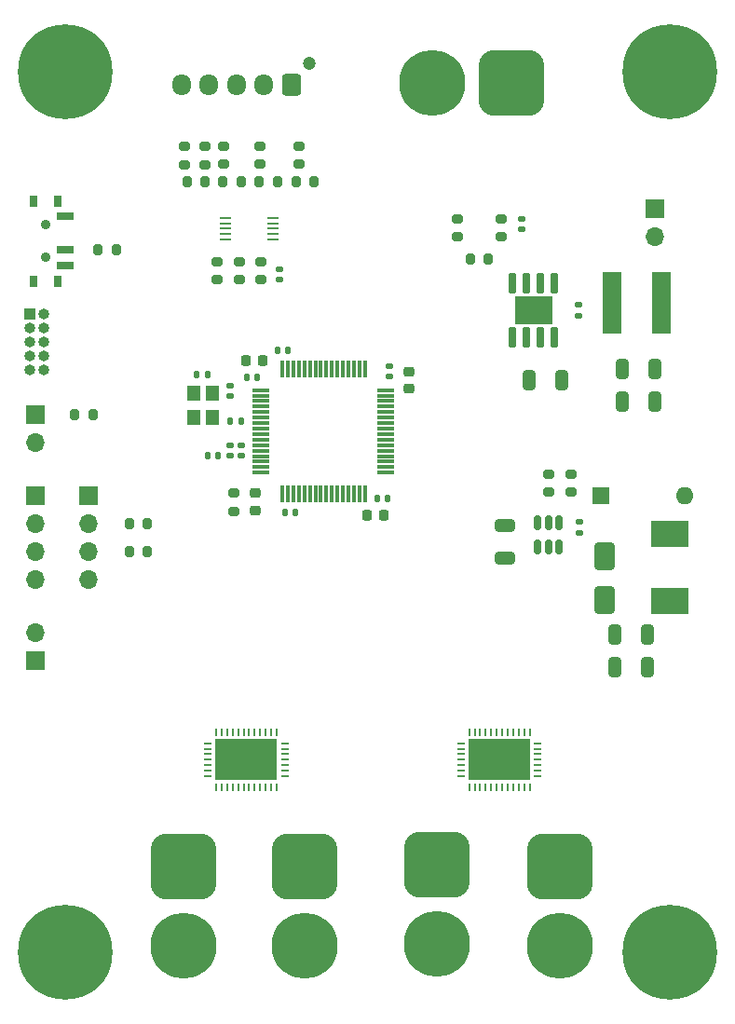
<source format=gbr>
%TF.GenerationSoftware,KiCad,Pcbnew,7.0.10*%
%TF.CreationDate,2024-04-17T23:56:12-04:00*%
%TF.ProjectId,BoardDesign,426f6172-6444-4657-9369-676e2e6b6963,rev?*%
%TF.SameCoordinates,Original*%
%TF.FileFunction,Soldermask,Top*%
%TF.FilePolarity,Negative*%
%FSLAX46Y46*%
G04 Gerber Fmt 4.6, Leading zero omitted, Abs format (unit mm)*
G04 Created by KiCad (PCBNEW 7.0.10) date 2024-04-17 23:56:12*
%MOMM*%
%LPD*%
G01*
G04 APERTURE LIST*
G04 Aperture macros list*
%AMRoundRect*
0 Rectangle with rounded corners*
0 $1 Rounding radius*
0 $2 $3 $4 $5 $6 $7 $8 $9 X,Y pos of 4 corners*
0 Add a 4 corners polygon primitive as box body*
4,1,4,$2,$3,$4,$5,$6,$7,$8,$9,$2,$3,0*
0 Add four circle primitives for the rounded corners*
1,1,$1+$1,$2,$3*
1,1,$1+$1,$4,$5*
1,1,$1+$1,$6,$7*
1,1,$1+$1,$8,$9*
0 Add four rect primitives between the rounded corners*
20,1,$1+$1,$2,$3,$4,$5,0*
20,1,$1+$1,$4,$5,$6,$7,0*
20,1,$1+$1,$6,$7,$8,$9,0*
20,1,$1+$1,$8,$9,$2,$3,0*%
G04 Aperture macros list end*
%ADD10RoundRect,0.250000X0.325000X0.650000X-0.325000X0.650000X-0.325000X-0.650000X0.325000X-0.650000X0*%
%ADD11R,1.700000X5.700000*%
%ADD12R,3.500000X2.350000*%
%ADD13R,1.000000X1.000000*%
%ADD14O,1.000000X1.000000*%
%ADD15C,0.900000*%
%ADD16C,8.600000*%
%ADD17RoundRect,0.200000X-0.275000X0.200000X-0.275000X-0.200000X0.275000X-0.200000X0.275000X0.200000X0*%
%ADD18RoundRect,0.200000X-0.200000X-0.275000X0.200000X-0.275000X0.200000X0.275000X-0.200000X0.275000X0*%
%ADD19RoundRect,0.225000X0.225000X0.250000X-0.225000X0.250000X-0.225000X-0.250000X0.225000X-0.250000X0*%
%ADD20R,1.700000X1.700000*%
%ADD21O,1.700000X1.700000*%
%ADD22RoundRect,0.135000X0.135000X0.185000X-0.135000X0.185000X-0.135000X-0.185000X0.135000X-0.185000X0*%
%ADD23RoundRect,0.150000X-0.150000X0.512500X-0.150000X-0.512500X0.150000X-0.512500X0.150000X0.512500X0*%
%ADD24RoundRect,0.150000X0.150000X-0.820000X0.150000X0.820000X-0.150000X0.820000X-0.150000X-0.820000X0*%
%ADD25R,3.510000X2.620000*%
%ADD26RoundRect,0.225000X-0.225000X-0.250000X0.225000X-0.250000X0.225000X0.250000X-0.225000X0.250000X0*%
%ADD27RoundRect,0.200000X0.200000X0.275000X-0.200000X0.275000X-0.200000X-0.275000X0.200000X-0.275000X0*%
%ADD28RoundRect,0.250000X-0.325000X-0.650000X0.325000X-0.650000X0.325000X0.650000X-0.325000X0.650000X0*%
%ADD29RoundRect,0.140000X-0.140000X-0.170000X0.140000X-0.170000X0.140000X0.170000X-0.140000X0.170000X0*%
%ADD30RoundRect,0.140000X0.140000X0.170000X-0.140000X0.170000X-0.140000X-0.170000X0.140000X-0.170000X0*%
%ADD31RoundRect,1.500000X1.500000X1.500000X-1.500000X1.500000X-1.500000X-1.500000X1.500000X-1.500000X0*%
%ADD32C,6.000000*%
%ADD33RoundRect,0.200000X0.275000X-0.200000X0.275000X0.200000X-0.275000X0.200000X-0.275000X-0.200000X0*%
%ADD34R,0.203200X0.762000*%
%ADD35R,0.762000X0.203200*%
%ADD36R,5.689600X3.708400*%
%ADD37RoundRect,0.140000X0.170000X-0.140000X0.170000X0.140000X-0.170000X0.140000X-0.170000X-0.140000X0*%
%ADD38RoundRect,1.500000X-1.500000X1.500000X-1.500000X-1.500000X1.500000X-1.500000X1.500000X1.500000X0*%
%ADD39RoundRect,0.140000X-0.170000X0.140000X-0.170000X-0.140000X0.170000X-0.140000X0.170000X0.140000X0*%
%ADD40RoundRect,0.147500X-0.147500X-0.172500X0.147500X-0.172500X0.147500X0.172500X-0.147500X0.172500X0*%
%ADD41RoundRect,0.250000X0.650000X-0.325000X0.650000X0.325000X-0.650000X0.325000X-0.650000X-0.325000X0*%
%ADD42RoundRect,0.225000X0.250000X-0.225000X0.250000X0.225000X-0.250000X0.225000X-0.250000X-0.225000X0*%
%ADD43RoundRect,0.075000X-0.700000X-0.075000X0.700000X-0.075000X0.700000X0.075000X-0.700000X0.075000X0*%
%ADD44RoundRect,0.075000X-0.075000X-0.700000X0.075000X-0.700000X0.075000X0.700000X-0.075000X0.700000X0*%
%ADD45R,1.200000X1.400000*%
%ADD46C,1.200000*%
%ADD47RoundRect,0.250000X0.600000X0.725000X-0.600000X0.725000X-0.600000X-0.725000X0.600000X-0.725000X0*%
%ADD48O,1.700000X1.950000*%
%ADD49R,0.800000X1.000000*%
%ADD50R,1.500000X0.700000*%
%ADD51RoundRect,0.250000X-0.650000X1.000000X-0.650000X-1.000000X0.650000X-1.000000X0.650000X1.000000X0*%
%ADD52RoundRect,0.218750X0.256250X-0.218750X0.256250X0.218750X-0.256250X0.218750X-0.256250X-0.218750X0*%
%ADD53R,1.100000X0.250000*%
%ADD54R,1.600000X1.600000*%
%ADD55O,1.600000X1.600000*%
G04 APERTURE END LIST*
D10*
%TO.C,C16*%
X152950000Y-157097000D03*
X150000000Y-157097000D03*
%TD*%
%TO.C,C17*%
X152950000Y-154097000D03*
X150000000Y-154097000D03*
%TD*%
D11*
%TO.C,L3*%
X149750000Y-124000000D03*
X154250000Y-124000000D03*
%TD*%
D12*
%TO.C,L2*%
X155000000Y-145000000D03*
X155000000Y-151050000D03*
%TD*%
D13*
%TO.C,J7*%
X96850000Y-124990000D03*
D14*
X98120000Y-124990000D03*
X96850000Y-126260000D03*
X98120000Y-126260000D03*
X96850000Y-127530000D03*
X98120000Y-127530000D03*
X96850000Y-128800000D03*
X98120000Y-128800000D03*
X96850000Y-130070000D03*
X98120000Y-130070000D03*
%TD*%
D15*
%TO.C,H2*%
X151775000Y-103000000D03*
X152719581Y-100719581D03*
X152719581Y-105280419D03*
X155000000Y-99775000D03*
D16*
X155000000Y-103000000D03*
D15*
X155000000Y-106225000D03*
X157280419Y-100719581D03*
X157280419Y-105280419D03*
X158225000Y-103000000D03*
%TD*%
D17*
%TO.C,R11*%
X135653581Y-116350000D03*
X135653581Y-118000000D03*
%TD*%
%TO.C,R19*%
X114421582Y-109738000D03*
X114421582Y-111388000D03*
%TD*%
D18*
%TO.C,R17*%
X117675000Y-113000000D03*
X119325000Y-113000000D03*
%TD*%
D19*
%TO.C,C3*%
X118000000Y-129250000D03*
X116450000Y-129250000D03*
%TD*%
D20*
%TO.C,J6*%
X97359581Y-156491000D03*
D21*
X97359581Y-153951000D03*
%TD*%
D22*
%TO.C,R2*%
X116000000Y-134763000D03*
X114980000Y-134763000D03*
%TD*%
D23*
%TO.C,U4*%
X144900000Y-143925000D03*
X143950000Y-143925000D03*
X143000000Y-143925000D03*
X143000000Y-146200000D03*
X143950000Y-146200000D03*
X144900000Y-146200000D03*
%TD*%
D24*
%TO.C,U2*%
X140708581Y-127140000D03*
X141978581Y-127140000D03*
X143248581Y-127140000D03*
X144518581Y-127140000D03*
X144518581Y-122180000D03*
X143248581Y-122180000D03*
X141978581Y-122180000D03*
X140708581Y-122180000D03*
D25*
X142613581Y-124660000D03*
%TD*%
D26*
%TO.C,C1*%
X127450000Y-143250000D03*
X129000000Y-143250000D03*
%TD*%
D27*
%TO.C,R13*%
X107519581Y-144045000D03*
X105869581Y-144045000D03*
%TD*%
D28*
%TO.C,C18*%
X142178581Y-131000000D03*
X145128581Y-131000000D03*
%TD*%
D29*
%TO.C,C8*%
X119330000Y-128263000D03*
X120290000Y-128263000D03*
%TD*%
D17*
%TO.C,R20*%
X117723582Y-109738000D03*
X117723582Y-111388000D03*
%TD*%
D29*
%TO.C,C6*%
X128386581Y-141750000D03*
X129346581Y-141750000D03*
%TD*%
D30*
%TO.C,C4*%
X117500000Y-130750000D03*
X116540000Y-130750000D03*
%TD*%
D31*
%TO.C,J8*%
X140600000Y-104000000D03*
D32*
X133400000Y-104000000D03*
%TD*%
D33*
%TO.C,R5*%
X115853581Y-121874000D03*
X115853581Y-120224000D03*
%TD*%
D34*
%TO.C,U5*%
X142250000Y-163023500D03*
X141750001Y-163023500D03*
X141249999Y-163023500D03*
X140750000Y-163023500D03*
X140250001Y-163023500D03*
X139750000Y-163023500D03*
X139250000Y-163023500D03*
X138749999Y-163023500D03*
X138250000Y-163023500D03*
X137750001Y-163023500D03*
X137249999Y-163023500D03*
X136750000Y-163023500D03*
D35*
X136020200Y-164000000D03*
X136020200Y-164499999D03*
X136020200Y-165000001D03*
X136020200Y-165500000D03*
X136020200Y-165999999D03*
X136020200Y-166500001D03*
X136020200Y-167000000D03*
D34*
X136750000Y-167976500D03*
X137249999Y-167976500D03*
X137750001Y-167976500D03*
X138250000Y-167976500D03*
X138749999Y-167976500D03*
X139250000Y-167976500D03*
X139750000Y-167976500D03*
X140250001Y-167976500D03*
X140750000Y-167976500D03*
X141249999Y-167976500D03*
X141750001Y-167976500D03*
X142250000Y-167976500D03*
D35*
X142979800Y-167000000D03*
X142979800Y-166500001D03*
X142979800Y-165999999D03*
X142979800Y-165500000D03*
X142979800Y-165000001D03*
X142979800Y-164499999D03*
X142979800Y-164000000D03*
D36*
X139500000Y-165500000D03*
%TD*%
D17*
%TO.C,R7*%
X110900000Y-109775000D03*
X110900000Y-111425000D03*
%TD*%
D37*
%TO.C,C12*%
X115000000Y-132473000D03*
X115000000Y-131513000D03*
%TD*%
D34*
%TO.C,U6*%
X119250000Y-163023500D03*
X118750001Y-163023500D03*
X118249999Y-163023500D03*
X117750000Y-163023500D03*
X117250001Y-163023500D03*
X116750000Y-163023500D03*
X116250000Y-163023500D03*
X115749999Y-163023500D03*
X115250000Y-163023500D03*
X114750001Y-163023500D03*
X114249999Y-163023500D03*
X113750000Y-163023500D03*
D35*
X113020200Y-164000000D03*
X113020200Y-164499999D03*
X113020200Y-165000001D03*
X113020200Y-165500000D03*
X113020200Y-165999999D03*
X113020200Y-166500001D03*
X113020200Y-167000000D03*
D34*
X113750000Y-167976500D03*
X114249999Y-167976500D03*
X114750001Y-167976500D03*
X115250000Y-167976500D03*
X115749999Y-167976500D03*
X116250000Y-167976500D03*
X116750000Y-167976500D03*
X117250001Y-167976500D03*
X117750000Y-167976500D03*
X118249999Y-167976500D03*
X118750001Y-167976500D03*
X119250000Y-167976500D03*
D35*
X119979800Y-167000000D03*
X119979800Y-166500001D03*
X119979800Y-165999999D03*
X119979800Y-165500000D03*
X119979800Y-165000001D03*
X119979800Y-164499999D03*
X119979800Y-164000000D03*
D36*
X116500000Y-165500000D03*
%TD*%
D17*
%TO.C,R23*%
X112700000Y-109775000D03*
X112700000Y-111425000D03*
%TD*%
D38*
%TO.C,J11*%
X145000000Y-175200000D03*
D32*
X145000000Y-182400000D03*
%TD*%
D15*
%TO.C,H3*%
X96775000Y-183000000D03*
X97719581Y-180719581D03*
X97719581Y-185280419D03*
X100000000Y-179775000D03*
D16*
X100000000Y-183000000D03*
D15*
X100000000Y-186225000D03*
X102280419Y-180719581D03*
X102280419Y-185280419D03*
X103225000Y-183000000D03*
%TD*%
D39*
%TO.C,C15*%
X146800000Y-143920000D03*
X146800000Y-144880000D03*
%TD*%
D33*
%TO.C,R3*%
X115346581Y-142913000D03*
X115346581Y-141263000D03*
%TD*%
D37*
%TO.C,C19*%
X141550000Y-117300000D03*
X141550000Y-116340000D03*
%TD*%
D40*
%TO.C,L1*%
X112979000Y-137899000D03*
X113949000Y-137899000D03*
%TD*%
D27*
%TO.C,R10*%
X138478581Y-120000000D03*
X136828581Y-120000000D03*
%TD*%
D18*
%TO.C,R22*%
X111100000Y-113000000D03*
X112750000Y-113000000D03*
%TD*%
D41*
%TO.C,C14*%
X140000000Y-147200000D03*
X140000000Y-144250000D03*
%TD*%
D42*
%TO.C,C2*%
X131250000Y-131800000D03*
X131250000Y-130250000D03*
%TD*%
D38*
%TO.C,J14*%
X121800000Y-175200000D03*
D32*
X121800000Y-182400000D03*
%TD*%
D33*
%TO.C,R12*%
X139653581Y-118000000D03*
X139653581Y-116350000D03*
%TD*%
D37*
%TO.C,C13*%
X119501582Y-121874000D03*
X119501582Y-120914000D03*
%TD*%
D20*
%TO.C,J1*%
X153613581Y-115460000D03*
D21*
X153613581Y-118000000D03*
%TD*%
D15*
%TO.C,H1*%
X96775000Y-103000000D03*
X97719581Y-100719581D03*
X97719581Y-105280419D03*
X100000000Y-99775000D03*
D16*
X100000000Y-103000000D03*
D15*
X100000000Y-106225000D03*
X102280419Y-100719581D03*
X102280419Y-105280419D03*
X103225000Y-103000000D03*
%TD*%
D20*
%TO.C,J2*%
X97359581Y-141505000D03*
D21*
X97359581Y-144045000D03*
X97359581Y-146585000D03*
X97359581Y-149125000D03*
%TD*%
D43*
%TO.C,U1*%
X117846581Y-131913000D03*
X117846581Y-132413000D03*
X117846581Y-132913000D03*
X117846581Y-133413000D03*
X117846581Y-133913000D03*
X117846581Y-134413000D03*
X117846581Y-134913000D03*
X117846581Y-135413000D03*
X117846581Y-135913000D03*
X117846581Y-136413000D03*
X117846581Y-136913000D03*
X117846581Y-137413000D03*
X117846581Y-137913000D03*
X117846581Y-138413000D03*
X117846581Y-138913000D03*
X117846581Y-139413000D03*
D44*
X119771581Y-141338000D03*
X120271581Y-141338000D03*
X120771581Y-141338000D03*
X121271581Y-141338000D03*
X121771581Y-141338000D03*
X122271581Y-141338000D03*
X122771581Y-141338000D03*
X123271581Y-141338000D03*
X123771581Y-141338000D03*
X124271581Y-141338000D03*
X124771581Y-141338000D03*
X125271581Y-141338000D03*
X125771581Y-141338000D03*
X126271581Y-141338000D03*
X126771581Y-141338000D03*
X127271581Y-141338000D03*
D43*
X129196581Y-139413000D03*
X129196581Y-138913000D03*
X129196581Y-138413000D03*
X129196581Y-137913000D03*
X129196581Y-137413000D03*
X129196581Y-136913000D03*
X129196581Y-136413000D03*
X129196581Y-135913000D03*
X129196581Y-135413000D03*
X129196581Y-134913000D03*
X129196581Y-134413000D03*
X129196581Y-133913000D03*
X129196581Y-133413000D03*
X129196581Y-132913000D03*
X129196581Y-132413000D03*
X129196581Y-131913000D03*
D44*
X127271581Y-129988000D03*
X126771581Y-129988000D03*
X126271581Y-129988000D03*
X125771581Y-129988000D03*
X125271581Y-129988000D03*
X124771581Y-129988000D03*
X124271581Y-129988000D03*
X123771581Y-129988000D03*
X123271581Y-129988000D03*
X122771581Y-129988000D03*
X122271581Y-129988000D03*
X121771581Y-129988000D03*
X121271581Y-129988000D03*
X120771581Y-129988000D03*
X120271581Y-129988000D03*
X119771581Y-129988000D03*
%TD*%
D17*
%TO.C,R21*%
X121250000Y-109738000D03*
X121250000Y-111388000D03*
%TD*%
D20*
%TO.C,J5*%
X97359581Y-134139000D03*
D21*
X97359581Y-136679000D03*
%TD*%
D18*
%TO.C,R18*%
X121000000Y-113000000D03*
X122650000Y-113000000D03*
%TD*%
D45*
%TO.C,Y1*%
X111700000Y-132163000D03*
X111700000Y-134363000D03*
X113400000Y-134363000D03*
X113400000Y-132163000D03*
%TD*%
D46*
%TO.C,J9*%
X122200000Y-102200000D03*
D47*
X120600000Y-104200000D03*
D48*
X118100000Y-104200000D03*
X115600000Y-104200000D03*
X113100000Y-104200000D03*
X110600000Y-104200000D03*
%TD*%
D17*
%TO.C,R9*%
X144000000Y-139550000D03*
X144000000Y-141200000D03*
%TD*%
D20*
%TO.C,J4*%
X102185581Y-141505000D03*
D21*
X102185581Y-144045000D03*
X102185581Y-146585000D03*
X102185581Y-149125000D03*
%TD*%
D39*
%TO.C,C20*%
X146653581Y-124175000D03*
X146653581Y-125135000D03*
%TD*%
D10*
%TO.C,C22*%
X153653581Y-133000000D03*
X150703581Y-133000000D03*
%TD*%
D18*
%TO.C,R16*%
X114375000Y-113000000D03*
X116025000Y-113000000D03*
%TD*%
D49*
%TO.C,SW1*%
X99350000Y-114717000D03*
X97140000Y-114717000D03*
D15*
X98240000Y-116867000D03*
X98240000Y-119867000D03*
D49*
X99350000Y-122017000D03*
X97140000Y-122017000D03*
D50*
X100000000Y-116117000D03*
X100000000Y-119117000D03*
X100000000Y-120617000D03*
%TD*%
D30*
%TO.C,C5*%
X120980000Y-143000000D03*
X120020000Y-143000000D03*
%TD*%
D37*
%TO.C,C9*%
X115000000Y-137900000D03*
X115000000Y-136940000D03*
%TD*%
D33*
%TO.C,R8*%
X146000000Y-141200000D03*
X146000000Y-139550000D03*
%TD*%
D27*
%TO.C,R1*%
X104653000Y-119153000D03*
X103003000Y-119153000D03*
%TD*%
D10*
%TO.C,C21*%
X153653581Y-130000000D03*
X150703581Y-130000000D03*
%TD*%
D51*
%TO.C,D4*%
X149020000Y-147000000D03*
X149020000Y-151000000D03*
%TD*%
D37*
%TO.C,C7*%
X129500000Y-130710000D03*
X129500000Y-129750000D03*
%TD*%
D52*
%TO.C,D1*%
X117346581Y-142838000D03*
X117346581Y-141263000D03*
%TD*%
D27*
%TO.C,R15*%
X102565581Y-134139000D03*
X100915581Y-134139000D03*
%TD*%
D38*
%TO.C,J13*%
X110800000Y-175200000D03*
D32*
X110800000Y-182400000D03*
%TD*%
D33*
%TO.C,R4*%
X117853581Y-121874000D03*
X117853581Y-120224000D03*
%TD*%
D53*
%TO.C,U3*%
X118900000Y-118250000D03*
X118900000Y-117750000D03*
X118900000Y-117250000D03*
X118900000Y-116750000D03*
X118900000Y-116250000D03*
X114600000Y-116250000D03*
X114600000Y-116750000D03*
X114600000Y-117250000D03*
X114600000Y-117750000D03*
X114600000Y-118250000D03*
%TD*%
D27*
%TO.C,R14*%
X107519581Y-146585000D03*
X105869581Y-146585000D03*
%TD*%
D38*
%TO.C,J10*%
X133800000Y-175000000D03*
D32*
X133800000Y-182200000D03*
%TD*%
D33*
%TO.C,R6*%
X113853581Y-121874000D03*
X113853581Y-120224000D03*
%TD*%
D15*
%TO.C,H4*%
X151775000Y-183000000D03*
X152719581Y-180719581D03*
X152719581Y-185280419D03*
X155000000Y-179775000D03*
D16*
X155000000Y-183000000D03*
D15*
X155000000Y-186225000D03*
X157280419Y-180719581D03*
X157280419Y-185280419D03*
X158225000Y-183000000D03*
%TD*%
D37*
%TO.C,C10*%
X116050000Y-137900000D03*
X116050000Y-136940000D03*
%TD*%
D54*
%TO.C,D2*%
X148690000Y-141500000D03*
D55*
X156310000Y-141500000D03*
%TD*%
D29*
%TO.C,C11*%
X111990000Y-130500000D03*
X112950000Y-130500000D03*
%TD*%
M02*

</source>
